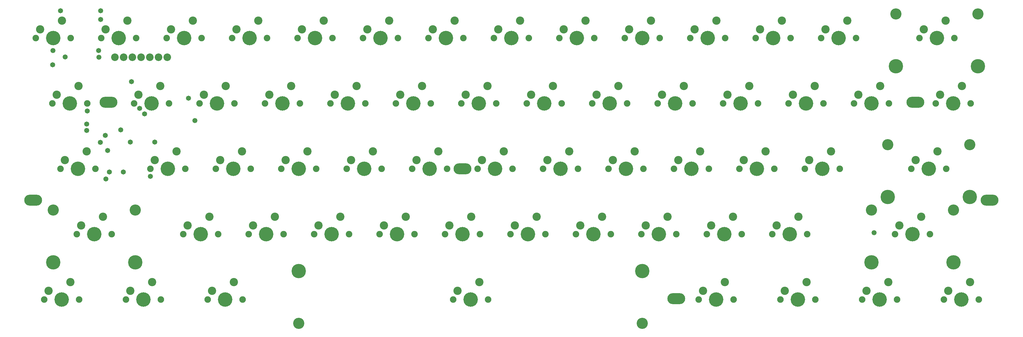
<source format=gts>
G04*
G04 #@! TF.GenerationSoftware,Altium Limited,Altium Designer,21.7.2 (23)*
G04*
G04 Layer_Color=8388736*
%FSLAX25Y25*%
%MOIN*%
G70*
G04*
G04 #@! TF.SameCoordinates,8FBBE309-EC49-44CF-9814-742EC28C0B38*
G04*
G04*
G04 #@! TF.FilePolarity,Negative*
G04*
G01*
G75*
%ADD10C,0.09461*%
%ADD11C,0.07493*%
%ADD12C,0.16548*%
%ADD13O,0.20485X0.12611*%
%ADD14C,0.08674*%
%ADD15C,0.12800*%
%ADD16C,0.16500*%
%ADD17C,0.05800*%
D10*
X303053Y-56373D02*
D03*
X278053Y-66373D02*
D03*
X-34442Y18630D02*
D03*
X-59442Y8630D02*
D03*
X78058Y-56373D02*
D03*
X53058Y-66373D02*
D03*
X399932Y-216370D02*
D03*
X424932Y-206370D02*
D03*
X-25067Y-56373D02*
D03*
X-50067Y-66373D02*
D03*
X-31322Y-141370D02*
D03*
X-6322Y-131370D02*
D03*
X-3194Y83630D02*
D03*
X21806Y93630D02*
D03*
X931178Y-131370D02*
D03*
X906178Y-141370D02*
D03*
X949924Y-56373D02*
D03*
X924924Y-66373D02*
D03*
X959303Y93630D02*
D03*
X934303Y83630D02*
D03*
X128050Y-66373D02*
D03*
X153050Y-56373D02*
D03*
X868678Y-216370D02*
D03*
X893678Y-206370D02*
D03*
X484303Y8630D02*
D03*
X509303Y18630D02*
D03*
X671803Y83630D02*
D03*
X696803Y93630D02*
D03*
X953053Y8630D02*
D03*
X978053Y18630D02*
D03*
X596806Y83630D02*
D03*
X621806Y93630D02*
D03*
X371806Y83630D02*
D03*
X396806Y93630D02*
D03*
X559306Y8630D02*
D03*
X584306Y18630D02*
D03*
X334302Y8630D02*
D03*
X359302Y18630D02*
D03*
X521803Y83630D02*
D03*
X546803Y93630D02*
D03*
X90558Y-141370D02*
D03*
X115559Y-131370D02*
D03*
X428053Y-66373D02*
D03*
X453053Y-56373D02*
D03*
X184306Y8630D02*
D03*
X209306Y18630D02*
D03*
X109306Y8630D02*
D03*
X134306Y18630D02*
D03*
X746806Y83630D02*
D03*
X771806Y93630D02*
D03*
X353052Y-66373D02*
D03*
X378052Y-56373D02*
D03*
X446806Y83630D02*
D03*
X471806Y93630D02*
D03*
X774932Y-216370D02*
D03*
X799932Y-206370D02*
D03*
X681178Y-216370D02*
D03*
X706178Y-206370D02*
D03*
X165559Y-141370D02*
D03*
X190559Y-131370D02*
D03*
X465553Y-141370D02*
D03*
X490553Y-131370D02*
D03*
X296806Y83630D02*
D03*
X321806Y93630D02*
D03*
X540558Y-141370D02*
D03*
X565558Y-131370D02*
D03*
X803058Y-66373D02*
D03*
X828058Y-56373D02*
D03*
X690553Y-141370D02*
D03*
X715553Y-131370D02*
D03*
X240559Y-141370D02*
D03*
X265559Y-131370D02*
D03*
X-78194Y83630D02*
D03*
X-53194Y93630D02*
D03*
X784306Y8630D02*
D03*
X809306Y18630D02*
D03*
X-68819Y-216370D02*
D03*
X-43819Y-206370D02*
D03*
X118681Y-216370D02*
D03*
X143681Y-206370D02*
D03*
X821806Y83630D02*
D03*
X846806Y93630D02*
D03*
X390558Y-141370D02*
D03*
X415558Y-131370D02*
D03*
X728058Y-66373D02*
D03*
X753058Y-56373D02*
D03*
X578058Y-66373D02*
D03*
X603058Y-56373D02*
D03*
X221806Y83630D02*
D03*
X246806Y93630D02*
D03*
X146803Y83630D02*
D03*
X171803Y93630D02*
D03*
X503053Y-66373D02*
D03*
X528053Y-56373D02*
D03*
X24928Y-216370D02*
D03*
X49928Y-206370D02*
D03*
X259306Y8630D02*
D03*
X284306Y18630D02*
D03*
X34303Y8630D02*
D03*
X59303Y18630D02*
D03*
X709303Y8630D02*
D03*
X734303Y18630D02*
D03*
X634306Y8630D02*
D03*
X659306Y18630D02*
D03*
X859303Y8630D02*
D03*
X884303Y18630D02*
D03*
X615558Y-141370D02*
D03*
X640558Y-131370D02*
D03*
X203053Y-66373D02*
D03*
X228053Y-56373D02*
D03*
X315552Y-141370D02*
D03*
X340552Y-131370D02*
D03*
X409306Y8630D02*
D03*
X434306Y18630D02*
D03*
X71806Y83630D02*
D03*
X96806Y93630D02*
D03*
X653053Y-66373D02*
D03*
X678053Y-56373D02*
D03*
X765558Y-141370D02*
D03*
X790558Y-131370D02*
D03*
X962428Y-216370D02*
D03*
X987428Y-206370D02*
D03*
D11*
X273054Y-76373D02*
D03*
X313053D02*
D03*
X-64442Y-1370D02*
D03*
X-24442D02*
D03*
X48059Y-76373D02*
D03*
X88059D02*
D03*
X434932Y-226370D02*
D03*
X394932D02*
D03*
X-55067Y-76373D02*
D03*
X-15067D02*
D03*
X3678Y-151371D02*
D03*
X-36322D02*
D03*
X31806Y73630D02*
D03*
X-8194D02*
D03*
X901178Y-151371D02*
D03*
X941178D02*
D03*
X919925Y-76373D02*
D03*
X959925D02*
D03*
X929303Y73630D02*
D03*
X969302D02*
D03*
X163050Y-76373D02*
D03*
X123050D02*
D03*
X903678Y-226370D02*
D03*
X863678D02*
D03*
X519303Y-1370D02*
D03*
X479303D02*
D03*
X706803Y73630D02*
D03*
X666803D02*
D03*
X988052Y-1370D02*
D03*
X948053D02*
D03*
X631806Y73630D02*
D03*
X591806D02*
D03*
X406806D02*
D03*
X366806D02*
D03*
X594306Y-1370D02*
D03*
X554306D02*
D03*
X369303D02*
D03*
X329303D02*
D03*
X556803Y73630D02*
D03*
X516803D02*
D03*
X125558Y-151371D02*
D03*
X85558D02*
D03*
X463053Y-76373D02*
D03*
X423053D02*
D03*
X219306Y-1370D02*
D03*
X179306D02*
D03*
X144306D02*
D03*
X104306D02*
D03*
X781806Y73630D02*
D03*
X741806D02*
D03*
X388052Y-76373D02*
D03*
X348052D02*
D03*
X481806Y73630D02*
D03*
X441806D02*
D03*
X809932Y-226370D02*
D03*
X769932D02*
D03*
X716178D02*
D03*
X676178D02*
D03*
X200558Y-151371D02*
D03*
X160558D02*
D03*
X500553D02*
D03*
X460553D02*
D03*
X331806Y73630D02*
D03*
X291806D02*
D03*
X575558Y-151371D02*
D03*
X535558D02*
D03*
X838058Y-76373D02*
D03*
X798058D02*
D03*
X725553Y-151371D02*
D03*
X685553D02*
D03*
X275558D02*
D03*
X235559D02*
D03*
X-43194Y73630D02*
D03*
X-83195D02*
D03*
X819306Y-1370D02*
D03*
X779306D02*
D03*
X-33819Y-226370D02*
D03*
X-73819D02*
D03*
X153681D02*
D03*
X113681D02*
D03*
X856806Y73630D02*
D03*
X816806D02*
D03*
X425558Y-151371D02*
D03*
X385558D02*
D03*
X763058Y-76373D02*
D03*
X723058D02*
D03*
X613058D02*
D03*
X573058D02*
D03*
X256806Y73630D02*
D03*
X216806D02*
D03*
X181803D02*
D03*
X141803D02*
D03*
X538053Y-76373D02*
D03*
X498053D02*
D03*
X59928Y-226370D02*
D03*
X19928D02*
D03*
X294306Y-1370D02*
D03*
X254306D02*
D03*
X69303D02*
D03*
X29303D02*
D03*
X744303D02*
D03*
X704303D02*
D03*
X669306D02*
D03*
X629306D02*
D03*
X894302D02*
D03*
X854303D02*
D03*
X650558Y-151371D02*
D03*
X610558D02*
D03*
X238053Y-76373D02*
D03*
X198053D02*
D03*
X350553Y-151371D02*
D03*
X310553D02*
D03*
X444306Y-1370D02*
D03*
X404306D02*
D03*
X106806Y73630D02*
D03*
X66806D02*
D03*
X688053Y-76373D02*
D03*
X648053D02*
D03*
X800558Y-151371D02*
D03*
X760558D02*
D03*
X997429Y-226370D02*
D03*
X957428D02*
D03*
D12*
X293054Y-76373D02*
D03*
X-44442Y-1370D02*
D03*
X68059Y-76373D02*
D03*
X414932Y-226370D02*
D03*
X-35067Y-76373D02*
D03*
X-16322Y-151371D02*
D03*
X11806Y73630D02*
D03*
X921178Y-151371D02*
D03*
X939925Y-76373D02*
D03*
X949302Y73630D02*
D03*
X143050Y-76373D02*
D03*
X883678Y-226370D02*
D03*
X499302Y-1370D02*
D03*
X686802Y73630D02*
D03*
X968052Y-1370D02*
D03*
X611806Y73630D02*
D03*
X386806D02*
D03*
X574306Y-1370D02*
D03*
X349303D02*
D03*
X536802Y73630D02*
D03*
X105559Y-151371D02*
D03*
X443052Y-76373D02*
D03*
X199306Y-1370D02*
D03*
X124306D02*
D03*
X761806Y73630D02*
D03*
X368052Y-76373D02*
D03*
X461806Y73630D02*
D03*
X789932Y-226370D02*
D03*
X696178D02*
D03*
X180559Y-151371D02*
D03*
X480552D02*
D03*
X311806Y73630D02*
D03*
X555558Y-151371D02*
D03*
X818058Y-76373D02*
D03*
X705552Y-151371D02*
D03*
X255558D02*
D03*
X-63195Y73630D02*
D03*
X799306Y-1370D02*
D03*
X-53819Y-226370D02*
D03*
X133681D02*
D03*
X836806Y73630D02*
D03*
X405558Y-151371D02*
D03*
X743058Y-76373D02*
D03*
X593058D02*
D03*
X236806Y73630D02*
D03*
X161803D02*
D03*
X518052Y-76373D02*
D03*
X39928Y-226370D02*
D03*
X274306Y-1370D02*
D03*
X49303D02*
D03*
X724302D02*
D03*
X649306D02*
D03*
X874302D02*
D03*
X630558Y-151371D02*
D03*
X218053Y-76373D02*
D03*
X330553Y-151371D02*
D03*
X424306Y-1370D02*
D03*
X86806Y73630D02*
D03*
X668052Y-76373D02*
D03*
X780558Y-151371D02*
D03*
X977429Y-226370D02*
D03*
D13*
X0Y0D02*
D03*
X-86173Y-112593D02*
D03*
X405554Y-76379D02*
D03*
X650781Y-225587D02*
D03*
X1009789Y-112590D02*
D03*
X924604Y0D02*
D03*
D14*
X67500Y51562D02*
D03*
X57500D02*
D03*
X47500D02*
D03*
X37500D02*
D03*
X27500D02*
D03*
X17500D02*
D03*
X7500D02*
D03*
D15*
X611783Y-253870D02*
D03*
X218082D02*
D03*
X30678Y-123871D02*
D03*
X-63322D02*
D03*
X874178D02*
D03*
X968178D02*
D03*
X892924Y-48873D02*
D03*
X986924D02*
D03*
X902302Y101130D02*
D03*
X996303D02*
D03*
D16*
X611783Y-193870D02*
D03*
X218082D02*
D03*
X30678Y-183870D02*
D03*
X-63322D02*
D03*
X874178D02*
D03*
X968178D02*
D03*
X892924Y-108873D02*
D03*
X986924D02*
D03*
X902302Y41130D02*
D03*
X996303D02*
D03*
D17*
X41499Y-13617D02*
D03*
X91542Y4542D02*
D03*
X99000Y-21000D02*
D03*
X35728Y-7272D02*
D03*
X-24461Y-10280D02*
D03*
X-64000Y43000D02*
D03*
X-3633Y-38000D02*
D03*
X-9241Y-46000D02*
D03*
X-25081Y-32597D02*
D03*
X-861Y-55487D02*
D03*
X1080Y-79999D02*
D03*
X-3000Y-88000D02*
D03*
X14000Y-31668D02*
D03*
X25052Y-45948D02*
D03*
X-25000Y-25000D02*
D03*
X17000Y-80000D02*
D03*
X53165Y-45948D02*
D03*
X-55000Y105000D02*
D03*
X-9000Y95000D02*
D03*
Y105000D02*
D03*
X-63599Y59140D02*
D03*
X-49556Y51858D02*
D03*
X26281Y23521D02*
D03*
X-11146Y51562D02*
D03*
X47909Y-85144D02*
D03*
X877234Y-149953D02*
D03*
X-11268Y59080D02*
D03*
M02*

</source>
